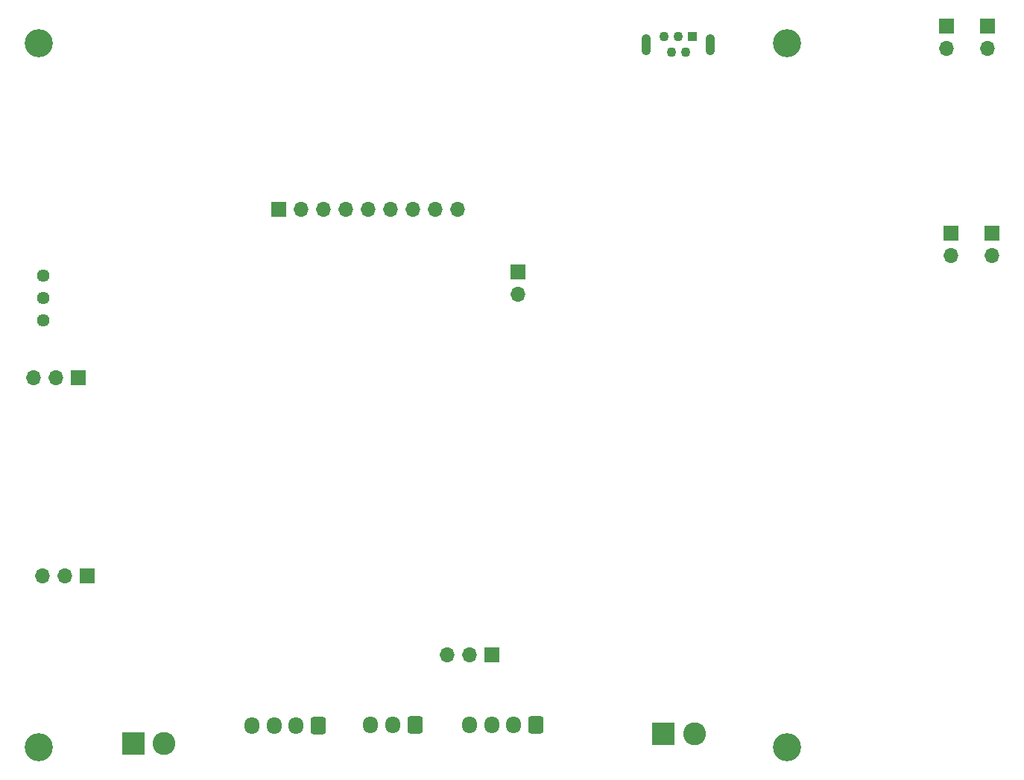
<source format=gbr>
%TF.GenerationSoftware,KiCad,Pcbnew,8.0.6*%
%TF.CreationDate,2025-02-16T20:54:21+01:00*%
%TF.ProjectId,TUSS4470_shield,54555353-3434-4373-905f-736869656c64,rev?*%
%TF.SameCoordinates,Original*%
%TF.FileFunction,Soldermask,Bot*%
%TF.FilePolarity,Negative*%
%FSLAX46Y46*%
G04 Gerber Fmt 4.6, Leading zero omitted, Abs format (unit mm)*
G04 Created by KiCad (PCBNEW 8.0.6) date 2025-02-16 20:54:21*
%MOMM*%
%LPD*%
G01*
G04 APERTURE LIST*
G04 Aperture macros list*
%AMRoundRect*
0 Rectangle with rounded corners*
0 $1 Rounding radius*
0 $2 $3 $4 $5 $6 $7 $8 $9 X,Y pos of 4 corners*
0 Add a 4 corners polygon primitive as box body*
4,1,4,$2,$3,$4,$5,$6,$7,$8,$9,$2,$3,0*
0 Add four circle primitives for the rounded corners*
1,1,$1+$1,$2,$3*
1,1,$1+$1,$4,$5*
1,1,$1+$1,$6,$7*
1,1,$1+$1,$8,$9*
0 Add four rect primitives between the rounded corners*
20,1,$1+$1,$2,$3,$4,$5,0*
20,1,$1+$1,$4,$5,$6,$7,0*
20,1,$1+$1,$6,$7,$8,$9,0*
20,1,$1+$1,$8,$9,$2,$3,0*%
G04 Aperture macros list end*
%ADD10C,3.200000*%
%ADD11R,1.700000X1.700000*%
%ADD12O,1.700000X1.700000*%
%ADD13RoundRect,0.250000X0.600000X0.725000X-0.600000X0.725000X-0.600000X-0.725000X0.600000X-0.725000X0*%
%ADD14O,1.700000X1.950000*%
%ADD15R,2.600000X2.600000*%
%ADD16C,2.600000*%
%ADD17C,1.440000*%
%ADD18R,1.100000X1.100000*%
%ADD19C,1.100000*%
%ADD20O,1.100000X2.400000*%
G04 APERTURE END LIST*
D10*
%TO.C,H4*%
X260000000Y-130000000D03*
%TD*%
D11*
%TO.C,JP8*%
X278695000Y-71560000D03*
D12*
X278695000Y-74100000D03*
%TD*%
D11*
%TO.C,J2*%
X226500000Y-119500000D03*
D12*
X223960000Y-119500000D03*
X221420000Y-119500000D03*
%TD*%
D11*
%TO.C,JP11*%
X282845000Y-48030000D03*
D12*
X282845000Y-50570000D03*
%TD*%
D13*
%TO.C,J3*%
X217750000Y-127467500D03*
D14*
X215250000Y-127467500D03*
X212750000Y-127467500D03*
%TD*%
D11*
%TO.C,J10*%
X179540000Y-87950000D03*
D12*
X177000000Y-87950000D03*
X174460000Y-87950000D03*
%TD*%
D13*
%TO.C,J6*%
X231500000Y-127467500D03*
D14*
X229000000Y-127467500D03*
X226500000Y-127467500D03*
X224000000Y-127467500D03*
%TD*%
D11*
%TO.C,JP9*%
X283345000Y-71560000D03*
D12*
X283345000Y-74100000D03*
%TD*%
D15*
%TO.C,J4*%
X246000000Y-128500000D03*
D16*
X249500000Y-128500000D03*
%TD*%
D10*
%TO.C,H2*%
X175000000Y-130000000D03*
%TD*%
D13*
%TO.C,J5*%
X206750000Y-127500000D03*
D14*
X204250000Y-127500000D03*
X201750000Y-127500000D03*
X199250000Y-127500000D03*
%TD*%
D10*
%TO.C,H3*%
X260000000Y-50000000D03*
%TD*%
D11*
%TO.C,JP10*%
X278195000Y-48030000D03*
D12*
X278195000Y-50570000D03*
%TD*%
D11*
%TO.C,JP7*%
X229500000Y-76000000D03*
D12*
X229500000Y-78540000D03*
%TD*%
D17*
%TO.C,RV1*%
X175500000Y-81500000D03*
X175500000Y-78960000D03*
X175500000Y-76420000D03*
%TD*%
D11*
%TO.C,J11*%
X180500000Y-110500000D03*
D12*
X177960000Y-110500000D03*
X175420000Y-110500000D03*
%TD*%
D11*
%TO.C,J1*%
X202267400Y-68891700D03*
D12*
X204807400Y-68891700D03*
X207347400Y-68891700D03*
X209887400Y-68891700D03*
X212427400Y-68891700D03*
X214967400Y-68891700D03*
X217507400Y-68891700D03*
X220067400Y-68893861D03*
X222607400Y-68894926D03*
%TD*%
D18*
%TO.C,J8*%
X249300000Y-49250000D03*
D19*
X248500000Y-51000000D03*
X247700000Y-49250000D03*
X246900000Y-51000000D03*
X246100000Y-49250000D03*
D20*
X251350000Y-50125000D03*
X244050000Y-50125000D03*
%TD*%
D10*
%TO.C,H1*%
X175000000Y-50000000D03*
%TD*%
D15*
%TO.C,J9*%
X185750000Y-129545000D03*
D16*
X189250000Y-129545000D03*
%TD*%
M02*

</source>
